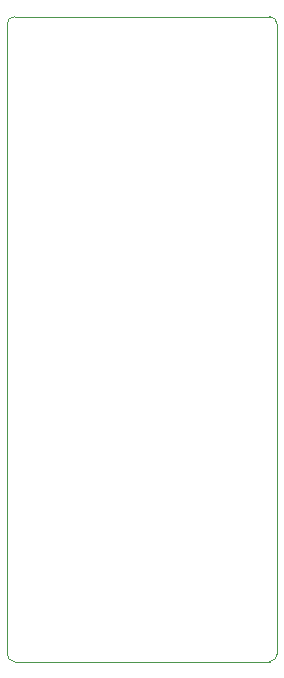
<source format=gbr>
%TF.GenerationSoftware,KiCad,Pcbnew,(5.1.7)-1*%
%TF.CreationDate,2022-07-11T22:21:29-03:00*%
%TF.ProjectId,ROMboard,524f4d62-6f61-4726-942e-6b696361645f,rev?*%
%TF.SameCoordinates,Original*%
%TF.FileFunction,Profile,NP*%
%FSLAX46Y46*%
G04 Gerber Fmt 4.6, Leading zero omitted, Abs format (unit mm)*
G04 Created by KiCad (PCBNEW (5.1.7)-1) date 2022-07-11 22:21:29*
%MOMM*%
%LPD*%
G01*
G04 APERTURE LIST*
%TA.AperFunction,Profile*%
%ADD10C,0.050000*%
%TD*%
G04 APERTURE END LIST*
D10*
X51435000Y-95885000D02*
G75*
G02*
X50800000Y-96520000I-635000J0D01*
G01*
X29210000Y-96520000D02*
G75*
G02*
X28575000Y-95885000I0J635000D01*
G01*
X29210000Y-96520000D02*
X50800000Y-96520000D01*
X50800000Y-41910000D02*
G75*
G02*
X51435000Y-42545000I0J-635000D01*
G01*
X50800000Y-41910000D02*
X29210000Y-41910000D01*
X51435000Y-95885000D02*
X51435000Y-42545000D01*
X28575000Y-42545000D02*
G75*
G02*
X29210000Y-41910000I635000J0D01*
G01*
X28575000Y-95885000D02*
X28575000Y-42545000D01*
M02*

</source>
